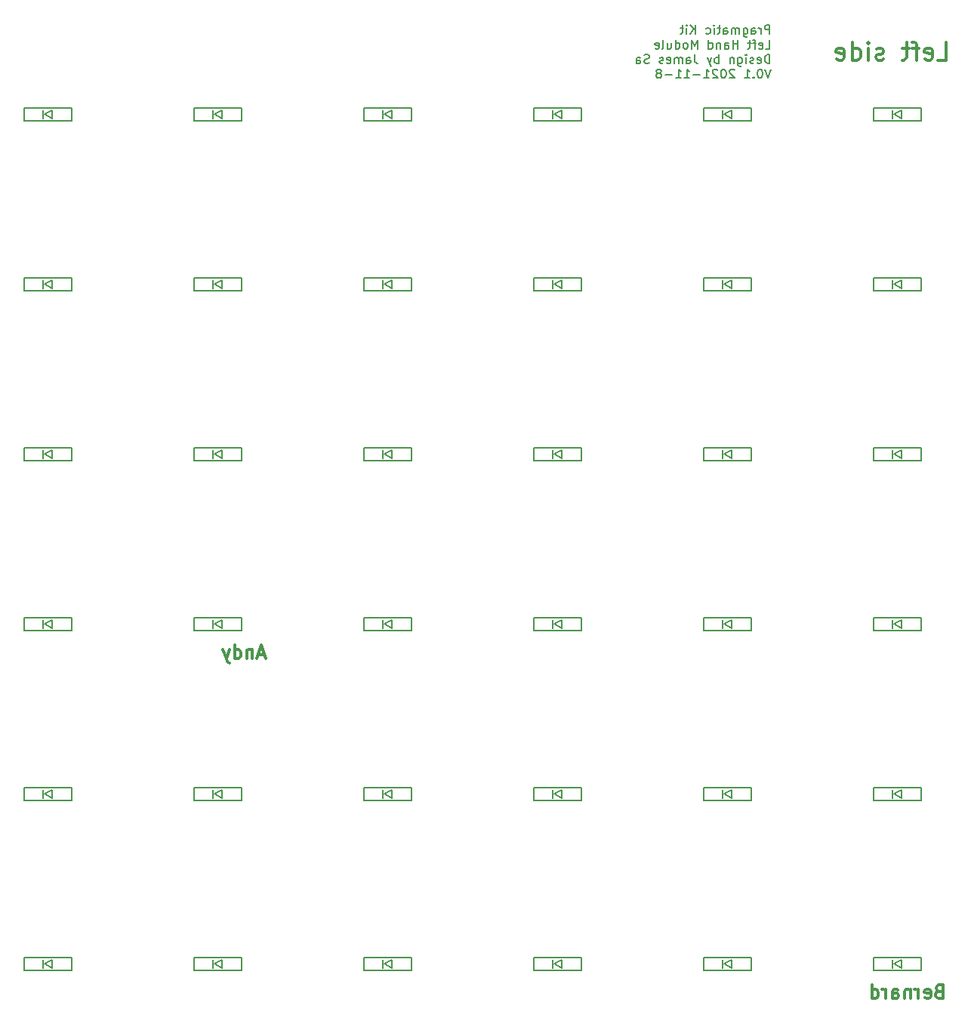
<source format=gbr>
%TF.GenerationSoftware,KiCad,Pcbnew,(5.1.10-1-10_14)*%
%TF.CreationDate,2021-11-08T13:36:25+08:00*%
%TF.ProjectId,Pragmatic,50726167-6d61-4746-9963-2e6b69636164,0.1*%
%TF.SameCoordinates,Original*%
%TF.FileFunction,Legend,Bot*%
%TF.FilePolarity,Positive*%
%FSLAX46Y46*%
G04 Gerber Fmt 4.6, Leading zero omitted, Abs format (unit mm)*
G04 Created by KiCad (PCBNEW (5.1.10-1-10_14)) date 2021-11-08 13:36:25*
%MOMM*%
%LPD*%
G01*
G04 APERTURE LIST*
%ADD10C,0.300000*%
%ADD11C,0.150000*%
G04 APERTURE END LIST*
D10*
X151982857Y-146577857D02*
X151768571Y-146649285D01*
X151697142Y-146720714D01*
X151625714Y-146863571D01*
X151625714Y-147077857D01*
X151697142Y-147220714D01*
X151768571Y-147292142D01*
X151911428Y-147363571D01*
X152482857Y-147363571D01*
X152482857Y-145863571D01*
X151982857Y-145863571D01*
X151840000Y-145935000D01*
X151768571Y-146006428D01*
X151697142Y-146149285D01*
X151697142Y-146292142D01*
X151768571Y-146435000D01*
X151840000Y-146506428D01*
X151982857Y-146577857D01*
X152482857Y-146577857D01*
X150411428Y-147292142D02*
X150554285Y-147363571D01*
X150840000Y-147363571D01*
X150982857Y-147292142D01*
X151054285Y-147149285D01*
X151054285Y-146577857D01*
X150982857Y-146435000D01*
X150840000Y-146363571D01*
X150554285Y-146363571D01*
X150411428Y-146435000D01*
X150340000Y-146577857D01*
X150340000Y-146720714D01*
X151054285Y-146863571D01*
X149697142Y-147363571D02*
X149697142Y-146363571D01*
X149697142Y-146649285D02*
X149625714Y-146506428D01*
X149554285Y-146435000D01*
X149411428Y-146363571D01*
X149268571Y-146363571D01*
X148768571Y-146363571D02*
X148768571Y-147363571D01*
X148768571Y-146506428D02*
X148697142Y-146435000D01*
X148554285Y-146363571D01*
X148340000Y-146363571D01*
X148197142Y-146435000D01*
X148125714Y-146577857D01*
X148125714Y-147363571D01*
X146768571Y-147363571D02*
X146768571Y-146577857D01*
X146840000Y-146435000D01*
X146982857Y-146363571D01*
X147268571Y-146363571D01*
X147411428Y-146435000D01*
X146768571Y-147292142D02*
X146911428Y-147363571D01*
X147268571Y-147363571D01*
X147411428Y-147292142D01*
X147482857Y-147149285D01*
X147482857Y-147006428D01*
X147411428Y-146863571D01*
X147268571Y-146792142D01*
X146911428Y-146792142D01*
X146768571Y-146720714D01*
X146054285Y-147363571D02*
X146054285Y-146363571D01*
X146054285Y-146649285D02*
X145982857Y-146506428D01*
X145911428Y-146435000D01*
X145768571Y-146363571D01*
X145625714Y-146363571D01*
X144482857Y-147363571D02*
X144482857Y-145863571D01*
X144482857Y-147292142D02*
X144625714Y-147363571D01*
X144911428Y-147363571D01*
X145054285Y-147292142D01*
X145125714Y-147220714D01*
X145197142Y-147077857D01*
X145197142Y-146649285D01*
X145125714Y-146506428D01*
X145054285Y-146435000D01*
X144911428Y-146363571D01*
X144625714Y-146363571D01*
X144482857Y-146435000D01*
X151875476Y-42179761D02*
X152827857Y-42179761D01*
X152827857Y-40179761D01*
X150446904Y-42084523D02*
X150637380Y-42179761D01*
X151018333Y-42179761D01*
X151208809Y-42084523D01*
X151304047Y-41894047D01*
X151304047Y-41132142D01*
X151208809Y-40941666D01*
X151018333Y-40846428D01*
X150637380Y-40846428D01*
X150446904Y-40941666D01*
X150351666Y-41132142D01*
X150351666Y-41322619D01*
X151304047Y-41513095D01*
X149780238Y-40846428D02*
X149018333Y-40846428D01*
X149494523Y-42179761D02*
X149494523Y-40465476D01*
X149399285Y-40275000D01*
X149208809Y-40179761D01*
X149018333Y-40179761D01*
X148637380Y-40846428D02*
X147875476Y-40846428D01*
X148351666Y-40179761D02*
X148351666Y-41894047D01*
X148256428Y-42084523D01*
X148065952Y-42179761D01*
X147875476Y-42179761D01*
X145780238Y-42084523D02*
X145589761Y-42179761D01*
X145208809Y-42179761D01*
X145018333Y-42084523D01*
X144923095Y-41894047D01*
X144923095Y-41798809D01*
X145018333Y-41608333D01*
X145208809Y-41513095D01*
X145494523Y-41513095D01*
X145685000Y-41417857D01*
X145780238Y-41227380D01*
X145780238Y-41132142D01*
X145685000Y-40941666D01*
X145494523Y-40846428D01*
X145208809Y-40846428D01*
X145018333Y-40941666D01*
X144065952Y-42179761D02*
X144065952Y-40846428D01*
X144065952Y-40179761D02*
X144161190Y-40275000D01*
X144065952Y-40370238D01*
X143970714Y-40275000D01*
X144065952Y-40179761D01*
X144065952Y-40370238D01*
X142256428Y-42179761D02*
X142256428Y-40179761D01*
X142256428Y-42084523D02*
X142446904Y-42179761D01*
X142827857Y-42179761D01*
X143018333Y-42084523D01*
X143113571Y-41989285D01*
X143208809Y-41798809D01*
X143208809Y-41227380D01*
X143113571Y-41036904D01*
X143018333Y-40941666D01*
X142827857Y-40846428D01*
X142446904Y-40846428D01*
X142256428Y-40941666D01*
X140542142Y-42084523D02*
X140732619Y-42179761D01*
X141113571Y-42179761D01*
X141304047Y-42084523D01*
X141399285Y-41894047D01*
X141399285Y-41132142D01*
X141304047Y-40941666D01*
X141113571Y-40846428D01*
X140732619Y-40846428D01*
X140542142Y-40941666D01*
X140446904Y-41132142D01*
X140446904Y-41322619D01*
X141399285Y-41513095D01*
D11*
X133014404Y-39252380D02*
X133014404Y-38252380D01*
X132633452Y-38252380D01*
X132538214Y-38300000D01*
X132490595Y-38347619D01*
X132442976Y-38442857D01*
X132442976Y-38585714D01*
X132490595Y-38680952D01*
X132538214Y-38728571D01*
X132633452Y-38776190D01*
X133014404Y-38776190D01*
X132014404Y-39252380D02*
X132014404Y-38585714D01*
X132014404Y-38776190D02*
X131966785Y-38680952D01*
X131919166Y-38633333D01*
X131823928Y-38585714D01*
X131728690Y-38585714D01*
X130966785Y-39252380D02*
X130966785Y-38728571D01*
X131014404Y-38633333D01*
X131109642Y-38585714D01*
X131300119Y-38585714D01*
X131395357Y-38633333D01*
X130966785Y-39204761D02*
X131062023Y-39252380D01*
X131300119Y-39252380D01*
X131395357Y-39204761D01*
X131442976Y-39109523D01*
X131442976Y-39014285D01*
X131395357Y-38919047D01*
X131300119Y-38871428D01*
X131062023Y-38871428D01*
X130966785Y-38823809D01*
X130062023Y-38585714D02*
X130062023Y-39395238D01*
X130109642Y-39490476D01*
X130157261Y-39538095D01*
X130252500Y-39585714D01*
X130395357Y-39585714D01*
X130490595Y-39538095D01*
X130062023Y-39204761D02*
X130157261Y-39252380D01*
X130347738Y-39252380D01*
X130442976Y-39204761D01*
X130490595Y-39157142D01*
X130538214Y-39061904D01*
X130538214Y-38776190D01*
X130490595Y-38680952D01*
X130442976Y-38633333D01*
X130347738Y-38585714D01*
X130157261Y-38585714D01*
X130062023Y-38633333D01*
X129585833Y-39252380D02*
X129585833Y-38585714D01*
X129585833Y-38680952D02*
X129538214Y-38633333D01*
X129442976Y-38585714D01*
X129300119Y-38585714D01*
X129204880Y-38633333D01*
X129157261Y-38728571D01*
X129157261Y-39252380D01*
X129157261Y-38728571D02*
X129109642Y-38633333D01*
X129014404Y-38585714D01*
X128871547Y-38585714D01*
X128776309Y-38633333D01*
X128728690Y-38728571D01*
X128728690Y-39252380D01*
X127823928Y-39252380D02*
X127823928Y-38728571D01*
X127871547Y-38633333D01*
X127966785Y-38585714D01*
X128157261Y-38585714D01*
X128252500Y-38633333D01*
X127823928Y-39204761D02*
X127919166Y-39252380D01*
X128157261Y-39252380D01*
X128252500Y-39204761D01*
X128300119Y-39109523D01*
X128300119Y-39014285D01*
X128252500Y-38919047D01*
X128157261Y-38871428D01*
X127919166Y-38871428D01*
X127823928Y-38823809D01*
X127490595Y-38585714D02*
X127109642Y-38585714D01*
X127347738Y-38252380D02*
X127347738Y-39109523D01*
X127300119Y-39204761D01*
X127204880Y-39252380D01*
X127109642Y-39252380D01*
X126776309Y-39252380D02*
X126776309Y-38585714D01*
X126776309Y-38252380D02*
X126823928Y-38300000D01*
X126776309Y-38347619D01*
X126728690Y-38300000D01*
X126776309Y-38252380D01*
X126776309Y-38347619D01*
X125871547Y-39204761D02*
X125966785Y-39252380D01*
X126157261Y-39252380D01*
X126252500Y-39204761D01*
X126300119Y-39157142D01*
X126347738Y-39061904D01*
X126347738Y-38776190D01*
X126300119Y-38680952D01*
X126252500Y-38633333D01*
X126157261Y-38585714D01*
X125966785Y-38585714D01*
X125871547Y-38633333D01*
X124681071Y-39252380D02*
X124681071Y-38252380D01*
X124109642Y-39252380D02*
X124538214Y-38680952D01*
X124109642Y-38252380D02*
X124681071Y-38823809D01*
X123681071Y-39252380D02*
X123681071Y-38585714D01*
X123681071Y-38252380D02*
X123728690Y-38300000D01*
X123681071Y-38347619D01*
X123633452Y-38300000D01*
X123681071Y-38252380D01*
X123681071Y-38347619D01*
X123347738Y-38585714D02*
X122966785Y-38585714D01*
X123204880Y-38252380D02*
X123204880Y-39109523D01*
X123157261Y-39204761D01*
X123062023Y-39252380D01*
X122966785Y-39252380D01*
X132538214Y-40902380D02*
X133014404Y-40902380D01*
X133014404Y-39902380D01*
X131823928Y-40854761D02*
X131919166Y-40902380D01*
X132109642Y-40902380D01*
X132204880Y-40854761D01*
X132252500Y-40759523D01*
X132252500Y-40378571D01*
X132204880Y-40283333D01*
X132109642Y-40235714D01*
X131919166Y-40235714D01*
X131823928Y-40283333D01*
X131776309Y-40378571D01*
X131776309Y-40473809D01*
X132252500Y-40569047D01*
X131490595Y-40235714D02*
X131109642Y-40235714D01*
X131347738Y-40902380D02*
X131347738Y-40045238D01*
X131300119Y-39950000D01*
X131204880Y-39902380D01*
X131109642Y-39902380D01*
X130919166Y-40235714D02*
X130538214Y-40235714D01*
X130776309Y-39902380D02*
X130776309Y-40759523D01*
X130728690Y-40854761D01*
X130633452Y-40902380D01*
X130538214Y-40902380D01*
X129442976Y-40902380D02*
X129442976Y-39902380D01*
X129442976Y-40378571D02*
X128871547Y-40378571D01*
X128871547Y-40902380D02*
X128871547Y-39902380D01*
X127966785Y-40902380D02*
X127966785Y-40378571D01*
X128014404Y-40283333D01*
X128109642Y-40235714D01*
X128300119Y-40235714D01*
X128395357Y-40283333D01*
X127966785Y-40854761D02*
X128062023Y-40902380D01*
X128300119Y-40902380D01*
X128395357Y-40854761D01*
X128442976Y-40759523D01*
X128442976Y-40664285D01*
X128395357Y-40569047D01*
X128300119Y-40521428D01*
X128062023Y-40521428D01*
X127966785Y-40473809D01*
X127490595Y-40235714D02*
X127490595Y-40902380D01*
X127490595Y-40330952D02*
X127442976Y-40283333D01*
X127347738Y-40235714D01*
X127204880Y-40235714D01*
X127109642Y-40283333D01*
X127062023Y-40378571D01*
X127062023Y-40902380D01*
X126157261Y-40902380D02*
X126157261Y-39902380D01*
X126157261Y-40854761D02*
X126252500Y-40902380D01*
X126442976Y-40902380D01*
X126538214Y-40854761D01*
X126585833Y-40807142D01*
X126633452Y-40711904D01*
X126633452Y-40426190D01*
X126585833Y-40330952D01*
X126538214Y-40283333D01*
X126442976Y-40235714D01*
X126252500Y-40235714D01*
X126157261Y-40283333D01*
X124919166Y-40902380D02*
X124919166Y-39902380D01*
X124585833Y-40616666D01*
X124252500Y-39902380D01*
X124252500Y-40902380D01*
X123633452Y-40902380D02*
X123728690Y-40854761D01*
X123776309Y-40807142D01*
X123823928Y-40711904D01*
X123823928Y-40426190D01*
X123776309Y-40330952D01*
X123728690Y-40283333D01*
X123633452Y-40235714D01*
X123490595Y-40235714D01*
X123395357Y-40283333D01*
X123347738Y-40330952D01*
X123300119Y-40426190D01*
X123300119Y-40711904D01*
X123347738Y-40807142D01*
X123395357Y-40854761D01*
X123490595Y-40902380D01*
X123633452Y-40902380D01*
X122442976Y-40902380D02*
X122442976Y-39902380D01*
X122442976Y-40854761D02*
X122538214Y-40902380D01*
X122728690Y-40902380D01*
X122823928Y-40854761D01*
X122871547Y-40807142D01*
X122919166Y-40711904D01*
X122919166Y-40426190D01*
X122871547Y-40330952D01*
X122823928Y-40283333D01*
X122728690Y-40235714D01*
X122538214Y-40235714D01*
X122442976Y-40283333D01*
X121538214Y-40235714D02*
X121538214Y-40902380D01*
X121966785Y-40235714D02*
X121966785Y-40759523D01*
X121919166Y-40854761D01*
X121823928Y-40902380D01*
X121681071Y-40902380D01*
X121585833Y-40854761D01*
X121538214Y-40807142D01*
X120919166Y-40902380D02*
X121014404Y-40854761D01*
X121062023Y-40759523D01*
X121062023Y-39902380D01*
X120157261Y-40854761D02*
X120252500Y-40902380D01*
X120442976Y-40902380D01*
X120538214Y-40854761D01*
X120585833Y-40759523D01*
X120585833Y-40378571D01*
X120538214Y-40283333D01*
X120442976Y-40235714D01*
X120252500Y-40235714D01*
X120157261Y-40283333D01*
X120109642Y-40378571D01*
X120109642Y-40473809D01*
X120585833Y-40569047D01*
X133014404Y-42552380D02*
X133014404Y-41552380D01*
X132776309Y-41552380D01*
X132633452Y-41600000D01*
X132538214Y-41695238D01*
X132490595Y-41790476D01*
X132442976Y-41980952D01*
X132442976Y-42123809D01*
X132490595Y-42314285D01*
X132538214Y-42409523D01*
X132633452Y-42504761D01*
X132776309Y-42552380D01*
X133014404Y-42552380D01*
X131633452Y-42504761D02*
X131728690Y-42552380D01*
X131919166Y-42552380D01*
X132014404Y-42504761D01*
X132062023Y-42409523D01*
X132062023Y-42028571D01*
X132014404Y-41933333D01*
X131919166Y-41885714D01*
X131728690Y-41885714D01*
X131633452Y-41933333D01*
X131585833Y-42028571D01*
X131585833Y-42123809D01*
X132062023Y-42219047D01*
X131204880Y-42504761D02*
X131109642Y-42552380D01*
X130919166Y-42552380D01*
X130823928Y-42504761D01*
X130776309Y-42409523D01*
X130776309Y-42361904D01*
X130823928Y-42266666D01*
X130919166Y-42219047D01*
X131062023Y-42219047D01*
X131157261Y-42171428D01*
X131204880Y-42076190D01*
X131204880Y-42028571D01*
X131157261Y-41933333D01*
X131062023Y-41885714D01*
X130919166Y-41885714D01*
X130823928Y-41933333D01*
X130347738Y-42552380D02*
X130347738Y-41885714D01*
X130347738Y-41552380D02*
X130395357Y-41600000D01*
X130347738Y-41647619D01*
X130300119Y-41600000D01*
X130347738Y-41552380D01*
X130347738Y-41647619D01*
X129442976Y-41885714D02*
X129442976Y-42695238D01*
X129490595Y-42790476D01*
X129538214Y-42838095D01*
X129633452Y-42885714D01*
X129776309Y-42885714D01*
X129871547Y-42838095D01*
X129442976Y-42504761D02*
X129538214Y-42552380D01*
X129728690Y-42552380D01*
X129823928Y-42504761D01*
X129871547Y-42457142D01*
X129919166Y-42361904D01*
X129919166Y-42076190D01*
X129871547Y-41980952D01*
X129823928Y-41933333D01*
X129728690Y-41885714D01*
X129538214Y-41885714D01*
X129442976Y-41933333D01*
X128966785Y-41885714D02*
X128966785Y-42552380D01*
X128966785Y-41980952D02*
X128919166Y-41933333D01*
X128823928Y-41885714D01*
X128681071Y-41885714D01*
X128585833Y-41933333D01*
X128538214Y-42028571D01*
X128538214Y-42552380D01*
X127300119Y-42552380D02*
X127300119Y-41552380D01*
X127300119Y-41933333D02*
X127204880Y-41885714D01*
X127014404Y-41885714D01*
X126919166Y-41933333D01*
X126871547Y-41980952D01*
X126823928Y-42076190D01*
X126823928Y-42361904D01*
X126871547Y-42457142D01*
X126919166Y-42504761D01*
X127014404Y-42552380D01*
X127204880Y-42552380D01*
X127300119Y-42504761D01*
X126490595Y-41885714D02*
X126252500Y-42552380D01*
X126014404Y-41885714D02*
X126252500Y-42552380D01*
X126347738Y-42790476D01*
X126395357Y-42838095D01*
X126490595Y-42885714D01*
X124585833Y-41552380D02*
X124585833Y-42266666D01*
X124633452Y-42409523D01*
X124728690Y-42504761D01*
X124871547Y-42552380D01*
X124966785Y-42552380D01*
X123681071Y-42552380D02*
X123681071Y-42028571D01*
X123728690Y-41933333D01*
X123823928Y-41885714D01*
X124014404Y-41885714D01*
X124109642Y-41933333D01*
X123681071Y-42504761D02*
X123776309Y-42552380D01*
X124014404Y-42552380D01*
X124109642Y-42504761D01*
X124157261Y-42409523D01*
X124157261Y-42314285D01*
X124109642Y-42219047D01*
X124014404Y-42171428D01*
X123776309Y-42171428D01*
X123681071Y-42123809D01*
X123204880Y-42552380D02*
X123204880Y-41885714D01*
X123204880Y-41980952D02*
X123157261Y-41933333D01*
X123062023Y-41885714D01*
X122919166Y-41885714D01*
X122823928Y-41933333D01*
X122776309Y-42028571D01*
X122776309Y-42552380D01*
X122776309Y-42028571D02*
X122728690Y-41933333D01*
X122633452Y-41885714D01*
X122490595Y-41885714D01*
X122395357Y-41933333D01*
X122347738Y-42028571D01*
X122347738Y-42552380D01*
X121490595Y-42504761D02*
X121585833Y-42552380D01*
X121776309Y-42552380D01*
X121871547Y-42504761D01*
X121919166Y-42409523D01*
X121919166Y-42028571D01*
X121871547Y-41933333D01*
X121776309Y-41885714D01*
X121585833Y-41885714D01*
X121490595Y-41933333D01*
X121442976Y-42028571D01*
X121442976Y-42123809D01*
X121919166Y-42219047D01*
X121062023Y-42504761D02*
X120966785Y-42552380D01*
X120776309Y-42552380D01*
X120681071Y-42504761D01*
X120633452Y-42409523D01*
X120633452Y-42361904D01*
X120681071Y-42266666D01*
X120776309Y-42219047D01*
X120919166Y-42219047D01*
X121014404Y-42171428D01*
X121062023Y-42076190D01*
X121062023Y-42028571D01*
X121014404Y-41933333D01*
X120919166Y-41885714D01*
X120776309Y-41885714D01*
X120681071Y-41933333D01*
X119490595Y-42504761D02*
X119347738Y-42552380D01*
X119109642Y-42552380D01*
X119014404Y-42504761D01*
X118966785Y-42457142D01*
X118919166Y-42361904D01*
X118919166Y-42266666D01*
X118966785Y-42171428D01*
X119014404Y-42123809D01*
X119109642Y-42076190D01*
X119300119Y-42028571D01*
X119395357Y-41980952D01*
X119442976Y-41933333D01*
X119490595Y-41838095D01*
X119490595Y-41742857D01*
X119442976Y-41647619D01*
X119395357Y-41600000D01*
X119300119Y-41552380D01*
X119062023Y-41552380D01*
X118919166Y-41600000D01*
X118062023Y-42552380D02*
X118062023Y-42028571D01*
X118109642Y-41933333D01*
X118204880Y-41885714D01*
X118395357Y-41885714D01*
X118490595Y-41933333D01*
X118062023Y-42504761D02*
X118157261Y-42552380D01*
X118395357Y-42552380D01*
X118490595Y-42504761D01*
X118538214Y-42409523D01*
X118538214Y-42314285D01*
X118490595Y-42219047D01*
X118395357Y-42171428D01*
X118157261Y-42171428D01*
X118062023Y-42123809D01*
X133157261Y-43202380D02*
X132823928Y-44202380D01*
X132490595Y-43202380D01*
X131966785Y-43202380D02*
X131871547Y-43202380D01*
X131776309Y-43250000D01*
X131728690Y-43297619D01*
X131681071Y-43392857D01*
X131633452Y-43583333D01*
X131633452Y-43821428D01*
X131681071Y-44011904D01*
X131728690Y-44107142D01*
X131776309Y-44154761D01*
X131871547Y-44202380D01*
X131966785Y-44202380D01*
X132062023Y-44154761D01*
X132109642Y-44107142D01*
X132157261Y-44011904D01*
X132204880Y-43821428D01*
X132204880Y-43583333D01*
X132157261Y-43392857D01*
X132109642Y-43297619D01*
X132062023Y-43250000D01*
X131966785Y-43202380D01*
X131204880Y-44107142D02*
X131157261Y-44154761D01*
X131204880Y-44202380D01*
X131252500Y-44154761D01*
X131204880Y-44107142D01*
X131204880Y-44202380D01*
X130204880Y-44202380D02*
X130776309Y-44202380D01*
X130490595Y-44202380D02*
X130490595Y-43202380D01*
X130585833Y-43345238D01*
X130681071Y-43440476D01*
X130776309Y-43488095D01*
X129062023Y-43297619D02*
X129014404Y-43250000D01*
X128919166Y-43202380D01*
X128681071Y-43202380D01*
X128585833Y-43250000D01*
X128538214Y-43297619D01*
X128490595Y-43392857D01*
X128490595Y-43488095D01*
X128538214Y-43630952D01*
X129109642Y-44202380D01*
X128490595Y-44202380D01*
X127871547Y-43202380D02*
X127776309Y-43202380D01*
X127681071Y-43250000D01*
X127633452Y-43297619D01*
X127585833Y-43392857D01*
X127538214Y-43583333D01*
X127538214Y-43821428D01*
X127585833Y-44011904D01*
X127633452Y-44107142D01*
X127681071Y-44154761D01*
X127776309Y-44202380D01*
X127871547Y-44202380D01*
X127966785Y-44154761D01*
X128014404Y-44107142D01*
X128062023Y-44011904D01*
X128109642Y-43821428D01*
X128109642Y-43583333D01*
X128062023Y-43392857D01*
X128014404Y-43297619D01*
X127966785Y-43250000D01*
X127871547Y-43202380D01*
X127157261Y-43297619D02*
X127109642Y-43250000D01*
X127014404Y-43202380D01*
X126776309Y-43202380D01*
X126681071Y-43250000D01*
X126633452Y-43297619D01*
X126585833Y-43392857D01*
X126585833Y-43488095D01*
X126633452Y-43630952D01*
X127204880Y-44202380D01*
X126585833Y-44202380D01*
X125633452Y-44202380D02*
X126204880Y-44202380D01*
X125919166Y-44202380D02*
X125919166Y-43202380D01*
X126014404Y-43345238D01*
X126109642Y-43440476D01*
X126204880Y-43488095D01*
X125204880Y-43821428D02*
X124442976Y-43821428D01*
X123442976Y-44202380D02*
X124014404Y-44202380D01*
X123728690Y-44202380D02*
X123728690Y-43202380D01*
X123823928Y-43345238D01*
X123919166Y-43440476D01*
X124014404Y-43488095D01*
X122490595Y-44202380D02*
X123062023Y-44202380D01*
X122776309Y-44202380D02*
X122776309Y-43202380D01*
X122871547Y-43345238D01*
X122966785Y-43440476D01*
X123062023Y-43488095D01*
X122062023Y-43821428D02*
X121300119Y-43821428D01*
X120681071Y-43630952D02*
X120776309Y-43583333D01*
X120823928Y-43535714D01*
X120871547Y-43440476D01*
X120871547Y-43392857D01*
X120823928Y-43297619D01*
X120776309Y-43250000D01*
X120681071Y-43202380D01*
X120490595Y-43202380D01*
X120395357Y-43250000D01*
X120347738Y-43297619D01*
X120300119Y-43392857D01*
X120300119Y-43440476D01*
X120347738Y-43535714D01*
X120395357Y-43583333D01*
X120490595Y-43630952D01*
X120681071Y-43630952D01*
X120776309Y-43678571D01*
X120823928Y-43726190D01*
X120871547Y-43821428D01*
X120871547Y-44011904D01*
X120823928Y-44107142D01*
X120776309Y-44154761D01*
X120681071Y-44202380D01*
X120490595Y-44202380D01*
X120395357Y-44154761D01*
X120347738Y-44107142D01*
X120300119Y-44011904D01*
X120300119Y-43821428D01*
X120347738Y-43726190D01*
X120395357Y-43678571D01*
X120490595Y-43630952D01*
D10*
X76354285Y-108835000D02*
X75640000Y-108835000D01*
X76497142Y-109263571D02*
X75997142Y-107763571D01*
X75497142Y-109263571D01*
X74997142Y-108263571D02*
X74997142Y-109263571D01*
X74997142Y-108406428D02*
X74925714Y-108335000D01*
X74782857Y-108263571D01*
X74568571Y-108263571D01*
X74425714Y-108335000D01*
X74354285Y-108477857D01*
X74354285Y-109263571D01*
X72997142Y-109263571D02*
X72997142Y-107763571D01*
X72997142Y-109192142D02*
X73140000Y-109263571D01*
X73425714Y-109263571D01*
X73568571Y-109192142D01*
X73640000Y-109120714D01*
X73711428Y-108977857D01*
X73711428Y-108549285D01*
X73640000Y-108406428D01*
X73568571Y-108335000D01*
X73425714Y-108263571D01*
X73140000Y-108263571D01*
X72997142Y-108335000D01*
X72425714Y-108263571D02*
X72068571Y-109263571D01*
X71711428Y-108263571D02*
X72068571Y-109263571D01*
X72211428Y-109620714D01*
X72282857Y-109692142D01*
X72425714Y-109763571D01*
D11*
%TO.C,D6*%
X146820000Y-48760000D02*
X146820000Y-47760000D01*
X146920000Y-48260000D02*
X147820000Y-48760000D01*
X147820000Y-47760000D02*
X146920000Y-48260000D01*
X147820000Y-48760000D02*
X147820000Y-47760000D01*
X150020000Y-49010000D02*
X150020000Y-47510000D01*
X144620000Y-49010000D02*
X144620000Y-47510000D01*
X150020000Y-49010000D02*
X144620000Y-49010000D01*
X144620000Y-47510000D02*
X150020000Y-47510000D01*
%TO.C,D3*%
X87470000Y-47510000D02*
X92870000Y-47510000D01*
X92870000Y-49010000D02*
X87470000Y-49010000D01*
X87470000Y-49010000D02*
X87470000Y-47510000D01*
X92870000Y-49010000D02*
X92870000Y-47510000D01*
X90670000Y-48760000D02*
X90670000Y-47760000D01*
X90670000Y-47760000D02*
X89770000Y-48260000D01*
X89770000Y-48260000D02*
X90670000Y-48760000D01*
X89670000Y-48760000D02*
X89670000Y-47760000D01*
%TO.C,D2*%
X68420000Y-47510000D02*
X73820000Y-47510000D01*
X73820000Y-49010000D02*
X68420000Y-49010000D01*
X68420000Y-49010000D02*
X68420000Y-47510000D01*
X73820000Y-49010000D02*
X73820000Y-47510000D01*
X71620000Y-48760000D02*
X71620000Y-47760000D01*
X71620000Y-47760000D02*
X70720000Y-48260000D01*
X70720000Y-48260000D02*
X71620000Y-48760000D01*
X70620000Y-48760000D02*
X70620000Y-47760000D01*
%TO.C,D36*%
X146820000Y-144010000D02*
X146820000Y-143010000D01*
X146920000Y-143510000D02*
X147820000Y-144010000D01*
X147820000Y-143010000D02*
X146920000Y-143510000D01*
X147820000Y-144010000D02*
X147820000Y-143010000D01*
X150020000Y-144260000D02*
X150020000Y-142760000D01*
X144620000Y-144260000D02*
X144620000Y-142760000D01*
X150020000Y-144260000D02*
X144620000Y-144260000D01*
X144620000Y-142760000D02*
X150020000Y-142760000D01*
%TO.C,D35*%
X127770000Y-144010000D02*
X127770000Y-143010000D01*
X127870000Y-143510000D02*
X128770000Y-144010000D01*
X128770000Y-143010000D02*
X127870000Y-143510000D01*
X128770000Y-144010000D02*
X128770000Y-143010000D01*
X130970000Y-144260000D02*
X130970000Y-142760000D01*
X125570000Y-144260000D02*
X125570000Y-142760000D01*
X130970000Y-144260000D02*
X125570000Y-144260000D01*
X125570000Y-142760000D02*
X130970000Y-142760000D01*
%TO.C,D34*%
X108720000Y-144010000D02*
X108720000Y-143010000D01*
X108820000Y-143510000D02*
X109720000Y-144010000D01*
X109720000Y-143010000D02*
X108820000Y-143510000D01*
X109720000Y-144010000D02*
X109720000Y-143010000D01*
X111920000Y-144260000D02*
X111920000Y-142760000D01*
X106520000Y-144260000D02*
X106520000Y-142760000D01*
X111920000Y-144260000D02*
X106520000Y-144260000D01*
X106520000Y-142760000D02*
X111920000Y-142760000D01*
%TO.C,D33*%
X89670000Y-144010000D02*
X89670000Y-143010000D01*
X89770000Y-143510000D02*
X90670000Y-144010000D01*
X90670000Y-143010000D02*
X89770000Y-143510000D01*
X90670000Y-144010000D02*
X90670000Y-143010000D01*
X92870000Y-144260000D02*
X92870000Y-142760000D01*
X87470000Y-144260000D02*
X87470000Y-142760000D01*
X92870000Y-144260000D02*
X87470000Y-144260000D01*
X87470000Y-142760000D02*
X92870000Y-142760000D01*
%TO.C,D32*%
X70620000Y-144010000D02*
X70620000Y-143010000D01*
X70720000Y-143510000D02*
X71620000Y-144010000D01*
X71620000Y-143010000D02*
X70720000Y-143510000D01*
X71620000Y-144010000D02*
X71620000Y-143010000D01*
X73820000Y-144260000D02*
X73820000Y-142760000D01*
X68420000Y-144260000D02*
X68420000Y-142760000D01*
X73820000Y-144260000D02*
X68420000Y-144260000D01*
X68420000Y-142760000D02*
X73820000Y-142760000D01*
%TO.C,D31*%
X51570000Y-144010000D02*
X51570000Y-143010000D01*
X51670000Y-143510000D02*
X52570000Y-144010000D01*
X52570000Y-143010000D02*
X51670000Y-143510000D01*
X52570000Y-144010000D02*
X52570000Y-143010000D01*
X54770000Y-144260000D02*
X54770000Y-142760000D01*
X49370000Y-144260000D02*
X49370000Y-142760000D01*
X54770000Y-144260000D02*
X49370000Y-144260000D01*
X49370000Y-142760000D02*
X54770000Y-142760000D01*
%TO.C,D30*%
X146820000Y-124960000D02*
X146820000Y-123960000D01*
X146920000Y-124460000D02*
X147820000Y-124960000D01*
X147820000Y-123960000D02*
X146920000Y-124460000D01*
X147820000Y-124960000D02*
X147820000Y-123960000D01*
X150020000Y-125210000D02*
X150020000Y-123710000D01*
X144620000Y-125210000D02*
X144620000Y-123710000D01*
X150020000Y-125210000D02*
X144620000Y-125210000D01*
X144620000Y-123710000D02*
X150020000Y-123710000D01*
%TO.C,D29*%
X127770000Y-124960000D02*
X127770000Y-123960000D01*
X127870000Y-124460000D02*
X128770000Y-124960000D01*
X128770000Y-123960000D02*
X127870000Y-124460000D01*
X128770000Y-124960000D02*
X128770000Y-123960000D01*
X130970000Y-125210000D02*
X130970000Y-123710000D01*
X125570000Y-125210000D02*
X125570000Y-123710000D01*
X130970000Y-125210000D02*
X125570000Y-125210000D01*
X125570000Y-123710000D02*
X130970000Y-123710000D01*
%TO.C,D28*%
X108720000Y-124960000D02*
X108720000Y-123960000D01*
X108820000Y-124460000D02*
X109720000Y-124960000D01*
X109720000Y-123960000D02*
X108820000Y-124460000D01*
X109720000Y-124960000D02*
X109720000Y-123960000D01*
X111920000Y-125210000D02*
X111920000Y-123710000D01*
X106520000Y-125210000D02*
X106520000Y-123710000D01*
X111920000Y-125210000D02*
X106520000Y-125210000D01*
X106520000Y-123710000D02*
X111920000Y-123710000D01*
%TO.C,D27*%
X89670000Y-124960000D02*
X89670000Y-123960000D01*
X89770000Y-124460000D02*
X90670000Y-124960000D01*
X90670000Y-123960000D02*
X89770000Y-124460000D01*
X90670000Y-124960000D02*
X90670000Y-123960000D01*
X92870000Y-125210000D02*
X92870000Y-123710000D01*
X87470000Y-125210000D02*
X87470000Y-123710000D01*
X92870000Y-125210000D02*
X87470000Y-125210000D01*
X87470000Y-123710000D02*
X92870000Y-123710000D01*
%TO.C,D26*%
X70620000Y-124960000D02*
X70620000Y-123960000D01*
X70720000Y-124460000D02*
X71620000Y-124960000D01*
X71620000Y-123960000D02*
X70720000Y-124460000D01*
X71620000Y-124960000D02*
X71620000Y-123960000D01*
X73820000Y-125210000D02*
X73820000Y-123710000D01*
X68420000Y-125210000D02*
X68420000Y-123710000D01*
X73820000Y-125210000D02*
X68420000Y-125210000D01*
X68420000Y-123710000D02*
X73820000Y-123710000D01*
%TO.C,D25*%
X51570000Y-124960000D02*
X51570000Y-123960000D01*
X51670000Y-124460000D02*
X52570000Y-124960000D01*
X52570000Y-123960000D02*
X51670000Y-124460000D01*
X52570000Y-124960000D02*
X52570000Y-123960000D01*
X54770000Y-125210000D02*
X54770000Y-123710000D01*
X49370000Y-125210000D02*
X49370000Y-123710000D01*
X54770000Y-125210000D02*
X49370000Y-125210000D01*
X49370000Y-123710000D02*
X54770000Y-123710000D01*
%TO.C,D24*%
X146820000Y-105910000D02*
X146820000Y-104910000D01*
X146920000Y-105410000D02*
X147820000Y-105910000D01*
X147820000Y-104910000D02*
X146920000Y-105410000D01*
X147820000Y-105910000D02*
X147820000Y-104910000D01*
X150020000Y-106160000D02*
X150020000Y-104660000D01*
X144620000Y-106160000D02*
X144620000Y-104660000D01*
X150020000Y-106160000D02*
X144620000Y-106160000D01*
X144620000Y-104660000D02*
X150020000Y-104660000D01*
%TO.C,D23*%
X127770000Y-105910000D02*
X127770000Y-104910000D01*
X127870000Y-105410000D02*
X128770000Y-105910000D01*
X128770000Y-104910000D02*
X127870000Y-105410000D01*
X128770000Y-105910000D02*
X128770000Y-104910000D01*
X130970000Y-106160000D02*
X130970000Y-104660000D01*
X125570000Y-106160000D02*
X125570000Y-104660000D01*
X130970000Y-106160000D02*
X125570000Y-106160000D01*
X125570000Y-104660000D02*
X130970000Y-104660000D01*
%TO.C,D22*%
X108720000Y-105910000D02*
X108720000Y-104910000D01*
X108820000Y-105410000D02*
X109720000Y-105910000D01*
X109720000Y-104910000D02*
X108820000Y-105410000D01*
X109720000Y-105910000D02*
X109720000Y-104910000D01*
X111920000Y-106160000D02*
X111920000Y-104660000D01*
X106520000Y-106160000D02*
X106520000Y-104660000D01*
X111920000Y-106160000D02*
X106520000Y-106160000D01*
X106520000Y-104660000D02*
X111920000Y-104660000D01*
%TO.C,D21*%
X89670000Y-105910000D02*
X89670000Y-104910000D01*
X89770000Y-105410000D02*
X90670000Y-105910000D01*
X90670000Y-104910000D02*
X89770000Y-105410000D01*
X90670000Y-105910000D02*
X90670000Y-104910000D01*
X92870000Y-106160000D02*
X92870000Y-104660000D01*
X87470000Y-106160000D02*
X87470000Y-104660000D01*
X92870000Y-106160000D02*
X87470000Y-106160000D01*
X87470000Y-104660000D02*
X92870000Y-104660000D01*
%TO.C,D20*%
X70620000Y-105910000D02*
X70620000Y-104910000D01*
X70720000Y-105410000D02*
X71620000Y-105910000D01*
X71620000Y-104910000D02*
X70720000Y-105410000D01*
X71620000Y-105910000D02*
X71620000Y-104910000D01*
X73820000Y-106160000D02*
X73820000Y-104660000D01*
X68420000Y-106160000D02*
X68420000Y-104660000D01*
X73820000Y-106160000D02*
X68420000Y-106160000D01*
X68420000Y-104660000D02*
X73820000Y-104660000D01*
%TO.C,D19*%
X51570000Y-105910000D02*
X51570000Y-104910000D01*
X51670000Y-105410000D02*
X52570000Y-105910000D01*
X52570000Y-104910000D02*
X51670000Y-105410000D01*
X52570000Y-105910000D02*
X52570000Y-104910000D01*
X54770000Y-106160000D02*
X54770000Y-104660000D01*
X49370000Y-106160000D02*
X49370000Y-104660000D01*
X54770000Y-106160000D02*
X49370000Y-106160000D01*
X49370000Y-104660000D02*
X54770000Y-104660000D01*
%TO.C,D18*%
X146820000Y-86860000D02*
X146820000Y-85860000D01*
X146920000Y-86360000D02*
X147820000Y-86860000D01*
X147820000Y-85860000D02*
X146920000Y-86360000D01*
X147820000Y-86860000D02*
X147820000Y-85860000D01*
X150020000Y-87110000D02*
X150020000Y-85610000D01*
X144620000Y-87110000D02*
X144620000Y-85610000D01*
X150020000Y-87110000D02*
X144620000Y-87110000D01*
X144620000Y-85610000D02*
X150020000Y-85610000D01*
%TO.C,D17*%
X127770000Y-86860000D02*
X127770000Y-85860000D01*
X127870000Y-86360000D02*
X128770000Y-86860000D01*
X128770000Y-85860000D02*
X127870000Y-86360000D01*
X128770000Y-86860000D02*
X128770000Y-85860000D01*
X130970000Y-87110000D02*
X130970000Y-85610000D01*
X125570000Y-87110000D02*
X125570000Y-85610000D01*
X130970000Y-87110000D02*
X125570000Y-87110000D01*
X125570000Y-85610000D02*
X130970000Y-85610000D01*
%TO.C,D16*%
X108720000Y-86860000D02*
X108720000Y-85860000D01*
X108820000Y-86360000D02*
X109720000Y-86860000D01*
X109720000Y-85860000D02*
X108820000Y-86360000D01*
X109720000Y-86860000D02*
X109720000Y-85860000D01*
X111920000Y-87110000D02*
X111920000Y-85610000D01*
X106520000Y-87110000D02*
X106520000Y-85610000D01*
X111920000Y-87110000D02*
X106520000Y-87110000D01*
X106520000Y-85610000D02*
X111920000Y-85610000D01*
%TO.C,D15*%
X89670000Y-86860000D02*
X89670000Y-85860000D01*
X89770000Y-86360000D02*
X90670000Y-86860000D01*
X90670000Y-85860000D02*
X89770000Y-86360000D01*
X90670000Y-86860000D02*
X90670000Y-85860000D01*
X92870000Y-87110000D02*
X92870000Y-85610000D01*
X87470000Y-87110000D02*
X87470000Y-85610000D01*
X92870000Y-87110000D02*
X87470000Y-87110000D01*
X87470000Y-85610000D02*
X92870000Y-85610000D01*
%TO.C,D14*%
X70620000Y-86860000D02*
X70620000Y-85860000D01*
X70720000Y-86360000D02*
X71620000Y-86860000D01*
X71620000Y-85860000D02*
X70720000Y-86360000D01*
X71620000Y-86860000D02*
X71620000Y-85860000D01*
X73820000Y-87110000D02*
X73820000Y-85610000D01*
X68420000Y-87110000D02*
X68420000Y-85610000D01*
X73820000Y-87110000D02*
X68420000Y-87110000D01*
X68420000Y-85610000D02*
X73820000Y-85610000D01*
%TO.C,D13*%
X51570000Y-86860000D02*
X51570000Y-85860000D01*
X51670000Y-86360000D02*
X52570000Y-86860000D01*
X52570000Y-85860000D02*
X51670000Y-86360000D01*
X52570000Y-86860000D02*
X52570000Y-85860000D01*
X54770000Y-87110000D02*
X54770000Y-85610000D01*
X49370000Y-87110000D02*
X49370000Y-85610000D01*
X54770000Y-87110000D02*
X49370000Y-87110000D01*
X49370000Y-85610000D02*
X54770000Y-85610000D01*
%TO.C,D12*%
X146820000Y-67810000D02*
X146820000Y-66810000D01*
X146920000Y-67310000D02*
X147820000Y-67810000D01*
X147820000Y-66810000D02*
X146920000Y-67310000D01*
X147820000Y-67810000D02*
X147820000Y-66810000D01*
X150020000Y-68060000D02*
X150020000Y-66560000D01*
X144620000Y-68060000D02*
X144620000Y-66560000D01*
X150020000Y-68060000D02*
X144620000Y-68060000D01*
X144620000Y-66560000D02*
X150020000Y-66560000D01*
%TO.C,D11*%
X127770000Y-67810000D02*
X127770000Y-66810000D01*
X127870000Y-67310000D02*
X128770000Y-67810000D01*
X128770000Y-66810000D02*
X127870000Y-67310000D01*
X128770000Y-67810000D02*
X128770000Y-66810000D01*
X130970000Y-68060000D02*
X130970000Y-66560000D01*
X125570000Y-68060000D02*
X125570000Y-66560000D01*
X130970000Y-68060000D02*
X125570000Y-68060000D01*
X125570000Y-66560000D02*
X130970000Y-66560000D01*
%TO.C,D10*%
X108720000Y-67810000D02*
X108720000Y-66810000D01*
X108820000Y-67310000D02*
X109720000Y-67810000D01*
X109720000Y-66810000D02*
X108820000Y-67310000D01*
X109720000Y-67810000D02*
X109720000Y-66810000D01*
X111920000Y-68060000D02*
X111920000Y-66560000D01*
X106520000Y-68060000D02*
X106520000Y-66560000D01*
X111920000Y-68060000D02*
X106520000Y-68060000D01*
X106520000Y-66560000D02*
X111920000Y-66560000D01*
%TO.C,D9*%
X89670000Y-67810000D02*
X89670000Y-66810000D01*
X89770000Y-67310000D02*
X90670000Y-67810000D01*
X90670000Y-66810000D02*
X89770000Y-67310000D01*
X90670000Y-67810000D02*
X90670000Y-66810000D01*
X92870000Y-68060000D02*
X92870000Y-66560000D01*
X87470000Y-68060000D02*
X87470000Y-66560000D01*
X92870000Y-68060000D02*
X87470000Y-68060000D01*
X87470000Y-66560000D02*
X92870000Y-66560000D01*
%TO.C,D8*%
X70620000Y-67810000D02*
X70620000Y-66810000D01*
X70720000Y-67310000D02*
X71620000Y-67810000D01*
X71620000Y-66810000D02*
X70720000Y-67310000D01*
X71620000Y-67810000D02*
X71620000Y-66810000D01*
X73820000Y-68060000D02*
X73820000Y-66560000D01*
X68420000Y-68060000D02*
X68420000Y-66560000D01*
X73820000Y-68060000D02*
X68420000Y-68060000D01*
X68420000Y-66560000D02*
X73820000Y-66560000D01*
%TO.C,D7*%
X51570000Y-67810000D02*
X51570000Y-66810000D01*
X51670000Y-67310000D02*
X52570000Y-67810000D01*
X52570000Y-66810000D02*
X51670000Y-67310000D01*
X52570000Y-67810000D02*
X52570000Y-66810000D01*
X54770000Y-68060000D02*
X54770000Y-66560000D01*
X49370000Y-68060000D02*
X49370000Y-66560000D01*
X54770000Y-68060000D02*
X49370000Y-68060000D01*
X49370000Y-66560000D02*
X54770000Y-66560000D01*
%TO.C,D5*%
X127770000Y-48760000D02*
X127770000Y-47760000D01*
X127870000Y-48260000D02*
X128770000Y-48760000D01*
X128770000Y-47760000D02*
X127870000Y-48260000D01*
X128770000Y-48760000D02*
X128770000Y-47760000D01*
X130970000Y-49010000D02*
X130970000Y-47510000D01*
X125570000Y-49010000D02*
X125570000Y-47510000D01*
X130970000Y-49010000D02*
X125570000Y-49010000D01*
X125570000Y-47510000D02*
X130970000Y-47510000D01*
%TO.C,D4*%
X108720000Y-48760000D02*
X108720000Y-47760000D01*
X108820000Y-48260000D02*
X109720000Y-48760000D01*
X109720000Y-47760000D02*
X108820000Y-48260000D01*
X109720000Y-48760000D02*
X109720000Y-47760000D01*
X111920000Y-49010000D02*
X111920000Y-47510000D01*
X106520000Y-49010000D02*
X106520000Y-47510000D01*
X111920000Y-49010000D02*
X106520000Y-49010000D01*
X106520000Y-47510000D02*
X111920000Y-47510000D01*
%TO.C,D1*%
X51570000Y-48760000D02*
X51570000Y-47760000D01*
X51670000Y-48260000D02*
X52570000Y-48760000D01*
X52570000Y-47760000D02*
X51670000Y-48260000D01*
X52570000Y-48760000D02*
X52570000Y-47760000D01*
X54770000Y-49010000D02*
X54770000Y-47510000D01*
X49370000Y-49010000D02*
X49370000Y-47510000D01*
X54770000Y-49010000D02*
X49370000Y-49010000D01*
X49370000Y-47510000D02*
X54770000Y-47510000D01*
%TD*%
M02*

</source>
